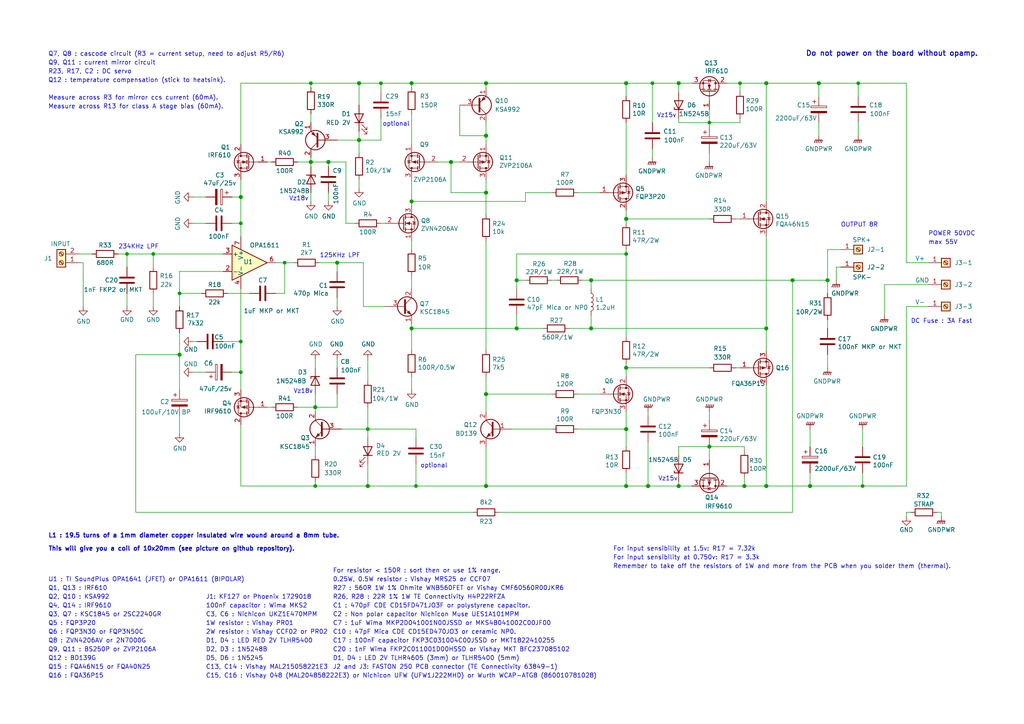
<source format=kicad_sch>
(kicad_sch (version 20211123) (generator eeschema)
  (paper "A4")
  (title_block (title "Q17-Mini Amplifier") (date "2022-09-13") (rev "1.3.9") (company "by eng. Tiberiu Vicol") (comment 1 "Modified by Stef for the Q17-Mini project") (comment 4 "Q17 a QUAD405 audiophile approach"))
  (junction (at 130.81 46.99) (diameter 1.016))
  (junction (at 187.96 140.97) (diameter 1.016))
  (junction (at 106.68 124.46))
  (junction (at 91.44 140.97))
  (junction (at 215.9 140.97) (diameter 1.016))
  (junction (at 91.44 118.11) (diameter 1.016))
  (junction (at 52.07 102.87) (diameter 1.016))
  (junction (at 205.74 35.56))
  (junction (at 149.86 95.25) (diameter 1.016))
  (junction (at 237.49 24.13) (diameter 1.016))
  (junction (at 196.85 24.13) (diameter 1.016))
  (junction (at 36.83 73.66))
  (junction (at 140.97 140.97) (diameter 1.016))
  (junction (at 196.85 140.97) (diameter 1.016))
  (junction (at 222.25 140.97) (diameter 1.016))
  (junction (at 110.49 24.13))
  (junction (at 90.17 46.99) (diameter 1.016))
  (junction (at 140.97 39.37) (diameter 1.016))
  (junction (at 250.19 140.97))
  (junction (at 52.07 85.09))
  (junction (at 120.65 140.97))
  (junction (at 234.95 140.97) (diameter 1.016))
  (junction (at 181.61 63.5) (diameter 1.016))
  (junction (at 240.03 81.28) (diameter 1.016))
  (junction (at 171.45 81.28) (diameter 1.016))
  (junction (at 95.25 46.99) (diameter 1.016))
  (junction (at 69.85 107.95))
  (junction (at 119.38 95.25) (diameter 1.016))
  (junction (at 69.85 57.15) (diameter 1.016))
  (junction (at 119.38 24.13) (diameter 1.016))
  (junction (at 97.79 76.2) (diameter 1.016))
  (junction (at 119.38 58.42) (diameter 1.016))
  (junction (at 149.86 81.28) (diameter 1.016))
  (junction (at 229.87 81.28) (diameter 1.016))
  (junction (at 248.92 24.13))
  (junction (at 82.55 76.2))
  (junction (at 205.74 129.54) (diameter 1.016))
  (junction (at 189.23 24.13))
  (junction (at 171.45 95.25) (diameter 1.016))
  (junction (at 222.25 24.13) (diameter 1.016))
  (junction (at 140.97 55.88) (diameter 1.016))
  (junction (at 214.63 24.13))
  (junction (at 106.68 140.97) (diameter 1.016))
  (junction (at 140.97 24.13) (diameter 1.016))
  (junction (at 181.61 140.97) (diameter 1.016))
  (junction (at 44.45 73.66))
  (junction (at 181.61 124.46) (diameter 1.016))
  (junction (at 104.14 24.13) (diameter 1.016))
  (junction (at 222.25 95.25) (diameter 1.016))
  (junction (at 140.97 114.3) (diameter 1.016))
  (junction (at 181.61 106.68) (diameter 1.016))
  (junction (at 181.61 73.66))
  (junction (at 104.14 40.64) (diameter 1.016))
  (junction (at 69.85 64.77))
  (junction (at 69.85 99.06))
  (junction (at 90.17 24.13))
  (junction (at 181.61 24.13) (diameter 1.016))
  (wire (pts (xy 110.49 40.64) (xy 104.14 40.64)))
  (wire (pts (xy 140.97 55.88) (xy 140.97 62.23)))
  (wire (pts (xy 181.61 72.39) (xy 181.61 73.66)))
  (wire (pts (xy 104.14 40.64) (xy 104.14 38.1)))
  (wire (pts (xy 97.79 40.64) (xy 104.14 40.64)))
  (wire (pts (xy 140.97 24.13) (xy 181.61 24.13)))
  (wire (pts (xy 140.97 24.13) (xy 119.38 24.13)))
  (wire (pts (xy 215.9 130.81) (xy 215.9 129.54)))
  (wire (pts (xy 215.9 129.54) (xy 205.74 129.54)))
  (wire (pts (xy 90.17 33.02) (xy 90.17 35.56)))
  (wire (pts (xy 205.74 119.38) (xy 205.74 121.92)))
  (wire (pts (xy 262.89 24.13) (xy 262.89 76.2)))
  (wire (pts (xy 52.07 78.74) (xy 52.07 85.09)))
  (wire (pts (xy 52.07 125.73) (xy 52.07 120.65)))
  (wire (pts (xy 111.76 64.77) (xy 110.49 64.77)))
  (wire (pts (xy 100.33 64.77) (xy 100.33 46.99)))
  (wire (pts (xy 95.25 46.99) (xy 100.33 46.99)))
  (wire (pts (xy 67.31 107.95) (xy 69.85 107.95)))
  (wire (pts (xy 24.13 76.2) (xy 24.13 88.9)))
  (wire (pts (xy 22.86 76.2) (xy 24.13 76.2)))
  (wire (pts (xy 52.07 102.87) (xy 52.07 113.03)))
  (wire (pts (xy 189.23 43.18) (xy 189.23 45.72)))
  (wire (pts (xy 64.77 99.06) (xy 69.85 99.06)))
  (wire (pts (xy 90.17 24.13) (xy 104.14 24.13)))
  (wire (pts (xy 120.65 140.97) (xy 140.97 140.97)))
  (wire (pts (xy 181.61 119.38) (xy 181.61 124.46)))
  (wire (pts (xy 181.61 124.46) (xy 181.61 129.54)))
  (wire (pts (xy 149.86 73.66) (xy 181.61 73.66)))
  (wire (pts (xy 149.86 81.28) (xy 149.86 73.66)))
  (wire (pts (xy 200.66 24.13) (xy 196.85 24.13)))
  (wire (pts (xy 262.89 88.9) (xy 262.89 140.97)))
  (wire (pts (xy 90.17 46.99) (xy 90.17 48.26)))
  (wire (pts (xy 90.17 45.72) (xy 90.17 46.99)))
  (wire (pts (xy 78.74 118.11) (xy 77.47 118.11)))
  (wire (pts (xy 22.86 73.66) (xy 26.67 73.66)))
  (wire (pts (xy 205.74 44.45) (xy 205.74 46.99)))
  (wire (pts (xy 262.89 88.9) (xy 269.24 88.9)))
  (wire (pts (xy 69.85 140.97) (xy 91.44 140.97)))
  (wire (pts (xy 240.03 72.39) (xy 240.03 81.28)))
  (wire (pts (xy 110.49 26.67) (xy 110.49 24.13)))
  (wire (pts (xy 69.85 123.19) (xy 69.85 140.97)))
  (wire (pts (xy 69.85 57.15) (xy 69.85 64.77)))
  (wire (pts (xy 55.88 57.15) (xy 59.69 57.15)))
  (wire (pts (xy 173.99 55.88) (xy 167.64 55.88)))
  (wire (pts (xy 39.37 102.87) (xy 52.07 102.87)))
  (wire (pts (xy 137.16 148.59) (xy 39.37 148.59)))
  (wire (pts (xy 39.37 148.59) (xy 39.37 102.87)))
  (wire (pts (xy 250.19 137.16) (xy 250.19 140.97)))
  (wire (pts (xy 234.95 140.97) (xy 250.19 140.97)))
  (wire (pts (xy 140.97 35.56) (xy 140.97 39.37)))
  (wire (pts (xy 152.4 81.28) (xy 149.86 81.28)))
  (wire (pts (xy 149.86 81.28) (xy 149.86 83.82)))
  (wire (pts (xy 181.61 35.56) (xy 181.61 50.8)))
  (wire (pts (xy 44.45 73.66) (xy 64.77 73.66)))
  (wire (pts (xy 55.88 107.95) (xy 59.69 107.95)))
  (wire (pts (xy 91.44 139.7) (xy 91.44 140.97)))
  (wire (pts (xy 248.92 24.13) (xy 248.92 27.94)))
  (wire (pts (xy 111.76 88.9) (xy 105.41 88.9)))
  (wire (pts (xy 105.41 88.9) (xy 105.41 76.2)))
  (wire (pts (xy 120.65 134.62) (xy 120.65 140.97)))
  (wire (pts (xy 168.91 81.28) (xy 171.45 81.28)))
  (wire (pts (xy 171.45 83.82) (xy 171.45 81.28)))
  (wire (pts (xy 160.02 81.28) (xy 161.29 81.28)))
  (wire (pts (xy 242.57 77.47) (xy 243.84 77.47)))
  (wire (pts (xy 242.57 77.47) (xy 242.57 81.28)))
  (wire (pts (xy 167.64 114.3) (xy 173.99 114.3)))
  (wire (pts (xy 140.97 114.3) (xy 160.02 114.3)))
  (wire (pts (xy 229.87 81.28) (xy 229.87 148.59)))
  (wire (pts (xy 229.87 148.59) (xy 144.78 148.59)))
  (wire (pts (xy 55.88 64.77) (xy 59.69 64.77)))
  (wire (pts (xy 171.45 91.44) (xy 171.45 95.25)))
  (wire (pts (xy 165.1 95.25) (xy 171.45 95.25)))
  (wire (pts (xy 213.36 63.5) (xy 214.63 63.5)))
  (wire (pts (xy 77.47 46.99) (xy 78.74 46.99)))
  (wire (pts (xy 262.89 140.97) (xy 250.19 140.97)))
  (wire (pts (xy 213.36 106.68) (xy 214.63 106.68)))
  (wire (pts (xy 222.25 58.42) (xy 222.25 24.13)))
  (wire (pts (xy 210.82 24.13) (xy 214.63 24.13)))
  (wire (pts (xy 181.61 24.13) (xy 189.23 24.13)))
  (wire (pts (xy 181.61 24.13) (xy 181.61 27.94)))
  (wire (pts (xy 97.79 118.11) (xy 91.44 118.11)))
  (wire (pts (xy 97.79 114.3) (xy 97.79 118.11)))
  (wire (pts (xy 215.9 138.43) (xy 215.9 140.97)))
  (wire (pts (xy 222.25 95.25) (xy 222.25 101.6)))
  (wire (pts (xy 222.25 68.58) (xy 222.25 95.25)))
  (wire (pts (xy 140.97 109.22) (xy 140.97 114.3)))
  (wire (pts (xy 44.45 73.66) (xy 44.45 77.47)))
  (wire (pts (xy 167.64 124.46) (xy 181.61 124.46)))
  (wire (pts (xy 148.59 124.46) (xy 160.02 124.46)))
  (wire (pts (xy 205.74 31.75) (xy 205.74 35.56)))
  (wire (pts (xy 187.96 120.65) (xy 187.96 119.38)))
  (wire (pts (xy 91.44 106.68) (xy 91.44 104.14)))
  (wire (pts (xy 97.79 76.2) (xy 105.41 76.2)))
  (wire (pts (xy 181.61 106.68) (xy 181.61 109.22)))
  (wire (pts (xy 181.61 105.41) (xy 181.61 106.68)))
  (wire (pts (xy 140.97 114.3) (xy 140.97 119.38)))
  (wire (pts (xy 196.85 35.56) (xy 205.74 35.56)))
  (wire (pts (xy 196.85 34.29) (xy 196.85 35.56)))
  (wire (pts (xy 248.92 35.56) (xy 248.92 39.37)))
  (wire (pts (xy 106.68 110.49) (xy 106.68 104.14)))
  (wire (pts (xy 214.63 35.56) (xy 214.63 34.29)))
  (wire (pts (xy 119.38 80.01) (xy 119.38 83.82)))
  (wire (pts (xy 119.38 69.85) (xy 119.38 72.39)))
  (wire (pts (xy 119.38 52.07) (xy 119.38 58.42)))
  (wire (pts (xy 119.38 58.42) (xy 119.38 59.69)))
  (wire (pts (xy 97.79 76.2) (xy 97.79 78.74)))
  (wire (pts (xy 92.71 76.2) (xy 97.79 76.2)))
  (wire (pts (xy 95.25 46.99) (xy 90.17 46.99)))
  (wire (pts (xy 95.25 48.26) (xy 95.25 46.99)))
  (wire (pts (xy 140.97 39.37) (xy 140.97 41.91)))
  (wire (pts (xy 149.86 91.44) (xy 149.86 95.25)))
  (wire (pts (xy 149.86 95.25) (xy 157.48 95.25)))
  (wire (pts (xy 104.14 52.07) (xy 104.14 54.61)))
  (wire (pts (xy 69.85 113.03) (xy 69.85 107.95)))
  (wire (pts (xy 181.61 106.68) (xy 205.74 106.68)))
  (wire (pts (xy 55.88 99.06) (xy 57.15 99.06)))
  (wire (pts (xy 34.29 73.66) (xy 36.83 73.66)))
  (wire (pts (xy 130.81 46.99) (xy 127 46.99)))
  (wire (pts (xy 237.49 24.13) (xy 248.92 24.13)))
  (wire (pts (xy 140.97 24.13) (xy 140.97 25.4)))
  (wire (pts (xy 69.85 99.06) (xy 69.85 107.95)))
  (wire (pts (xy 222.25 140.97) (xy 215.9 140.97)))
  (wire (pts (xy 222.25 111.76) (xy 222.25 140.97)))
  (wire (pts (xy 215.9 140.97) (xy 210.82 140.97)))
  (wire (pts (xy 187.96 140.97) (xy 181.61 140.97)))
  (wire (pts (xy 66.04 85.09) (xy 72.39 85.09)))
  (wire (pts (xy 181.61 140.97) (xy 181.61 137.16)))
  (wire (pts (xy 140.97 140.97) (xy 181.61 140.97)))
  (wire (pts (xy 140.97 129.54) (xy 140.97 140.97)))
  (wire (pts (xy 240.03 72.39) (xy 243.84 72.39)))
  (wire (pts (xy 133.35 30.48) (xy 133.35 39.37)))
  (wire (pts (xy 80.01 76.2) (xy 82.55 76.2)))
  (wire (pts (xy 106.68 118.11) (xy 106.68 124.46)))
  (wire (pts (xy 36.83 85.09) (xy 36.83 88.9)))
  (wire (pts (xy 91.44 119.38) (xy 91.44 118.11)))
  (wire (pts (xy 69.85 41.91) (xy 69.85 24.13)))
  (wire (pts (xy 69.85 24.13) (xy 90.17 24.13)))
  (wire (pts (xy 214.63 24.13) (xy 222.25 24.13)))
  (wire (pts (xy 250.19 124.46) (xy 250.19 129.54)))
  (wire (pts (xy 187.96 128.27) (xy 187.96 140.97)))
  (wire (pts (xy 52.07 96.52) (xy 52.07 102.87)))
  (wire (pts (xy 140.97 69.85) (xy 140.97 101.6)))
  (wire (pts (xy 67.31 64.77) (xy 69.85 64.77)))
  (wire (pts (xy 104.14 24.13) (xy 104.14 30.48)))
  (wire (pts (xy 90.17 25.4) (xy 90.17 24.13)))
  (wire (pts (xy 189.23 24.13) (xy 189.23 35.56)))
  (wire (pts (xy 196.85 139.7) (xy 196.85 140.97)))
  (wire (pts (xy 100.33 64.77) (xy 102.87 64.77)))
  (wire (pts (xy 140.97 55.88) (xy 130.81 55.88)))
  (wire (pts (xy 130.81 55.88) (xy 130.81 46.99)))
  (wire (pts (xy 152.4 55.88) (xy 160.02 55.88)))
  (wire (pts (xy 262.89 76.2) (xy 269.24 76.2)))
  (wire (pts (xy 119.38 109.22) (xy 119.38 113.03)))
  (wire (pts (xy 234.95 140.97) (xy 222.25 140.97)))
  (wire (pts (xy 234.95 137.16) (xy 234.95 140.97)))
  (wire (pts (xy 106.68 140.97) (xy 120.65 140.97)))
  (wire (pts (xy 205.74 35.56) (xy 214.63 35.56)))
  (wire (pts (xy 36.83 73.66) (xy 44.45 73.66)))
  (wire (pts (xy 106.68 140.97) (xy 106.68 134.62)))
  (wire (pts (xy 189.23 24.13) (xy 196.85 24.13)))
  (wire (pts (xy 36.83 77.47) (xy 36.83 73.66)))
  (wire (pts (xy 205.74 129.54) (xy 205.74 133.35)))
  (wire (pts (xy 106.68 127) (xy 106.68 124.46)))
  (wire (pts (xy 187.96 140.97) (xy 196.85 140.97)))
  (wire (pts (xy 196.85 140.97) (xy 200.66 140.97)))
  (wire (pts (xy 130.81 46.99) (xy 133.35 46.99)))
  (wire (pts (xy 229.87 81.28) (xy 240.03 81.28)))
  (wire (pts (xy 240.03 81.28) (xy 240.03 85.09)))
  (wire (pts (xy 171.45 81.28) (xy 229.87 81.28)))
  (wire (pts (xy 52.07 78.74) (xy 64.77 78.74)))
  (wire (pts (xy 110.49 34.29) (xy 110.49 40.64)))
  (wire (pts (xy 91.44 118.11) (xy 91.44 114.3)))
  (wire (pts (xy 205.74 35.56) (xy 205.74 36.83)))
  (wire (pts (xy 82.55 76.2) (xy 85.09 76.2)))
  (wire (pts (xy 152.4 55.88) (xy 152.4 58.42)))
  (wire (pts (xy 152.4 58.42) (xy 119.38 58.42)))
  (wire (pts (xy 271.78 148.59) (xy 273.05 148.59)))
  (wire (pts (xy 273.05 148.59) (xy 273.05 149.86)))
  (wire (pts (xy 262.89 148.59) (xy 264.16 148.59)))
  (wire (pts (xy 262.89 149.86) (xy 262.89 148.59)))
  (wire (pts (xy 149.86 95.25) (xy 119.38 95.25)))
  (wire (pts (xy 119.38 95.25) (xy 119.38 101.6)))
  (wire (pts (xy 86.36 118.11) (xy 91.44 118.11)))
  (wire (pts (xy 262.89 24.13) (xy 248.92 24.13)))
  (wire (pts (xy 256.54 82.55) (xy 256.54 91.44)))
  (wire (pts (xy 256.54 82.55) (xy 269.24 82.55)))
  (wire (pts (xy 181.61 60.96) (xy 181.61 63.5)))
  (wire (pts (xy 181.61 63.5) (xy 181.61 64.77)))
  (wire (pts (xy 69.85 68.58) (xy 69.85 64.77)))
  (wire (pts (xy 104.14 24.13) (xy 110.49 24.13)))
  (wire (pts (xy 171.45 95.25) (xy 222.25 95.25)))
  (wire (pts (xy 69.85 83.82) (xy 69.85 99.06)))
  (wire (pts (xy 106.68 124.46) (xy 120.65 124.46)))
  (wire (pts (xy 82.55 85.09) (xy 82.55 76.2)))
  (wire (pts (xy 80.01 85.09) (xy 82.55 85.09)))
  (wire (pts (xy 181.61 73.66) (xy 181.61 97.79)))
  (wire (pts (xy 120.65 124.46) (xy 120.65 127)))
  (wire (pts (xy 104.14 40.64) (xy 104.14 44.45)))
  (wire (pts (xy 95.25 58.42) (xy 95.25 55.88)))
  (wire (pts (xy 52.07 85.09) (xy 58.42 85.09)))
  (wire (pts (xy 196.85 132.08) (xy 196.85 129.54)))
  (wire (pts (xy 196.85 129.54) (xy 205.74 129.54)))
  (wire (pts (xy 90.17 55.88) (xy 90.17 58.42)))
  (wire (pts (xy 140.97 52.07) (xy 140.97 55.88)))
  (wire (pts (xy 44.45 85.09) (xy 44.45 88.9)))
  (wire (pts (xy 69.85 52.07) (xy 69.85 57.15)))
  (wire (pts (xy 97.79 104.14) (xy 97.79 106.68)))
  (wire (pts (xy 99.06 124.46) (xy 106.68 124.46)))
  (wire (pts (xy 240.03 102.87) (xy 240.03 106.68)))
  (wire (pts (xy 110.49 24.13) (xy 119.38 24.13)))
  (wire (pts (xy 86.36 46.99) (xy 90.17 46.99)))
  (wire (pts (xy 97.79 86.36) (xy 97.79 88.9)))
  (wire (pts (xy 240.03 92.71) (xy 240.03 95.25)))
  (wire (pts (xy 237.49 35.56) (xy 237.49 39.37)))
  (wire (pts (xy 196.85 24.13) (xy 196.85 26.67)))
  (wire (pts (xy 181.61 63.5) (xy 205.74 63.5)))
  (wire (pts (xy 119.38 93.98) (xy 119.38 95.25)))
  (wire (pts (xy 214.63 26.67) (xy 214.63 24.13)))
  (wire (pts (xy 91.44 140.97) (xy 106.68 140.97)))
  (wire (pts (xy 52.07 85.09) (xy 52.07 88.9)))
  (wire (pts (xy 234.95 129.54) (xy 234.95 124.46)))
  (wire (pts (xy 119.38 33.02) (xy 119.38 41.91)))
  (wire (pts (xy 140.97 39.37) (xy 133.35 39.37)))
  (wire (pts (xy 222.25 24.13) (xy 237.49 24.13)))
  (wire (pts (xy 237.49 27.94) (xy 237.49 24.13)))
  (wire (pts (xy 67.31 57.15) (xy 69.85 57.15)))
  (wire (pts (xy 91.44 132.08) (xy 91.44 129.54)))
  (wire (pts (xy 119.38 24.13) (xy 119.38 25.4)))
  (text "Remember to take off the resistors of 1W and more from the PCB when you solder them (thermal)." (at 177.8 165.1 0) (effects (font (size 1.27 1.27)) (justify left bottom)))
  (text "max 55V" (at 269.24 71.12 0) (effects (font (size 1.27 1.27)) (justify left bottom)))
  (text "Q9, Q11 : current mirror circuit" (at 13.97 19.05 0) (effects (font (size 1.27 1.27)) (justify left bottom)))
  (text "C2 : Non polar capacitor Nichicon Muse UES1A101MPM" (at 96.52 179.07 0) (effects (font (size 1.27 1.27)) (justify left bottom)))
  (text "U1 : TI SoundPlus OPA1641 (JFET) or OPA1611 (BIPOLAR)" (at 13.97 168.91 0) (effects (font (size 1.27 1.27)) (justify left bottom)))
  (text "C15, C16 : Vishay 048 (MAL204858222E3) or Nichicon UFW (UFW1J222MHD) or Wurth WCAP-ATG8 (860010781028)" (at 59.69 196.85 0) (effects (font (size 1.27 1.27)) (justify left bottom)))
  (text "J1: KF127 or Phoenix 1729018" (at 59.69 173.99 0) (effects (font (size 1.27 1.27)) (justify left bottom)))
  (text "1W resistor : Vishay PR01" (at 59.69 181.61 0) (effects (font (size 1.27 1.27)) (justify left bottom)))
  (text "This will give you a coil of 10x20mm (see picture on github repository)." (at 13.97 160.02 0) (effects (font (size 1.27 1.27) (thickness 0.254) bold) (justify left bottom)))
  (text "For input sensibility at 1.5v: R17 = 7.32k" (at 177.8 160.02 0) (effects (font (size 1.27 1.27)) (justify left bottom)))
  (text "optional" (at 110.9491 36.8038 0) (effects (font (size 1.27 1.27)) (justify left bottom)))
  (text "125KHz LPF" (at 92.71 74.93 0) (effects (font (size 1.27 1.27)) (justify left bottom)))
  (text "Q4, Q14 : IRF9610" (at 13.97 176.53 0) (effects (font (size 1.27 1.27)) (justify left bottom)))
  (text "100nF capacitor : Wima MKS2" (at 59.69 176.53 0) (effects (font (size 1.27 1.27)) (justify left bottom)))
  (text "Q12 : BD139G" (at 13.97 191.77 0) (effects (font (size 1.27 1.27)) (justify left bottom)))
  (text "Q8 : ZVN4206AV or 2N7000G" (at 13.97 186.69 0) (effects (font (size 1.27 1.27)) (justify left bottom)))
  (text "R27 : 560R 1W 1% Ohmite WNB560FET or Vishay CMF60560R00JKR6" (at 96.52 171.45 0) (effects (font (size 1.27 1.27)) (justify left bottom)))
  (text "D1, D4 : LED 2V TLHR4605 (3mm) or TLHR5400 (5mm)" (at 96.52 191.77 0) (effects (font (size 1.27 1.27)) (justify left bottom)))
  (text "0.25W, 0.5W resistor : Vishay MRS25 or CCF07" (at 96.52 168.91 0) (effects (font (size 1.27 1.27)) (justify left bottom)))
  (text "L1 : 19.5 turns of a 1mm diameter copper insulated wire wound around a 8mm tube." (at 13.97 156.21 0) (effects (font (size 1.27 1.27) (thickness 0.254) bold) (justify left bottom)))
  (text "C13, C14 : Vishay MAL215058221E3" (at 59.69 194.31 0) (effects (font (size 1.27 1.27)) (justify left bottom)))
  (text "R23, R17, C2 : DC servo" (at 13.97 21.59 0) (effects (font (size 1.27 1.27)) (justify left bottom)))
  (text "OUTPUT 8R" (at 243.84 66.04 0) (effects (font (size 1.27 1.27)) (justify left bottom)))
  (text "Q3, Q7 : KSC1845 or 2SC2240GR" (at 13.97 179.07 0) (effects (font (size 1.27 1.27)) (justify left bottom)))
  (text "Q1, Q13 : IRF610" (at 13.97 171.45 0) (effects (font (size 1.27 1.27)) (justify left bottom)))
  (text "Vz18v" (at 85.09 114.3 0) (effects (font (size 1.27 1.27)) (justify left bottom)))
  (text "For input sensibility at 0.750v: R17 = 3.3k" (at 177.8 162.56 0) (effects (font (size 1.27 1.27)) (justify left bottom)))
  (text "DC Fuse : 3A Fast" (at 264.16 93.98 0) (effects (font (size 1.27 1.27)) (justify left bottom)))
  (text "D2, D3 : 1N5248B" (at 59.69 189.23 0) (effects (font (size 1.27 1.27)) (justify left bottom)))
  (text "2W resistor : Vishay CCF02 or PR02" (at 59.69 184.15 0) (effects (font (size 1.27 1.27)) (justify left bottom)))
  (text "234KHz LPF" (at 34.29 72.39 0) (effects (font (size 1.27 1.27)) (justify left bottom)))
  (text "Measure across R13 for class A stage bias (60mA)." (at 13.97 31.75 0) (effects (font (size 1.27 1.27)) (justify left bottom)))
  (text "C7 : 1uF Wima MKP2D041001N00JSSD or MKS4B041002C00JF00" (at 96.52 181.61 0) (effects (font (size 1.27 1.27)) (justify left bottom)))
  (text "C1 : 470pF CDE CD15FD471JO3F or polystyrene capacitor." (at 96.52 176.53 0) (effects (font (size 1.27 1.27)) (justify left bottom)))
  (text "D5, D6 : 1N5245" (at 59.69 191.77 0) (effects (font (size 1.27 1.27)) (justify left bottom)))
  (text "Q6 : FQP3N30 or FQP3N50C" (at 13.97 184.15 0) (effects (font (size 1.27 1.27)) (justify left bottom)))
  (text "Q12 : temperature compensation (stick to heatsink)." (at 13.97 24.13 0) (effects (font (size 1.27 1.27)) (justify left bottom)))
  (text "Q7, Q8 : cascode circuit (R3 = current setup, need to adjust R5/R6)" (at 13.97 16.51 0) (effects (font (size 1.27 1.27)) (justify left bottom)))
  (text "Measure across R3 for mirror ccs current (60mA)." (at 13.97 29.21 0) (effects (font (size 1.27 1.27)) (justify left bottom)))
  (text "Vz15v" (at 190.8835 139.6616 0) (effects (font (size 1.27 1.27)) (justify left bottom)))
  (text "J2 and J3: FASTON 250 PCB connector (TE Connectivity 63849-1)" (at 96.52 194.31 0) (effects (font (size 1.27 1.27)) (justify left bottom)))
  (text "D1, D4 : LED RED 2V TLHR5400" (at 59.69 186.69 0) (effects (font (size 1.27 1.27)) (justify left bottom)))
  (text "R26, R28 : 22R 1% 1W TE Connectivity H4P22RFZA" (at 96.52 173.99 0) (effects (font (size 1.27 1.27)) (justify left bottom)))
  (text "Vz15v" (at 190.5 34.29 0) (effects (font (size 1.27 1.27)) (justify left bottom)))
  (text "POWER 50VDC" (at 269.24 68.58 0) (effects (font (size 1.27 1.27)) (justify left bottom)))
  (text "C10 : 47pF Mica CDE CD15ED470JO3 or ceramic NP0." (at 96.52 184.15 0) (effects (font (size 1.27 1.27)) (justify left bottom)))
  (text "C3, C6 : Nichicon UKZ1E470MPM" (at 59.69 179.07 0) (effects (font (size 1.27 1.27)) (justify left bottom)))
  (text "Q2, Q10 : KSA992" (at 13.97 173.99 0) (effects (font (size 1.27 1.27)) (justify left bottom)))
  (text "optional" (at 121.92 135.89 0) (effects (font (size 1.27 1.27)) (justify left bottom)))
  (text "Q15 : FQA46N15 or FQA40N25" (at 13.97 194.31 0) (effects (font (size 1.27 1.27)) (justify left bottom)))
  (text "Q16 : FQA36P15" (at 13.97 196.85 0) (effects (font (size 1.27 1.27)) (justify left bottom)))
  (text "For resistor < 150R : sort then or use 1% range." (at 96.52 166.37 0) (effects (font (size 1.27 1.27)) (justify left bottom)))
  (text "Do not power on the board without opamp." (at 233.68 16.51 0) (effects (font (size 1.5 1.5) (thickness 0.254) bold) (justify left bottom)))
  (text "C17 : 100nF capacitor FKP3C031004C00JSSD or MKT1822410255" (at 96.52 186.69 0) (effects (font (size 1.27 1.27)) (justify left bottom)))
  (text "C20 : 1nF Wima FKP2C011001D00HSSD or Vishay MKT BFC237085102" (at 96.52 189.23 0) (effects (font (size 1.27 1.27)) (justify left bottom)))
  (text "Q5 : FQP3P20" (at 13.97 181.61 0) (effects (font (size 1.27 1.27)) (justify left bottom)))
  (text "Vz18v" (at 83.82 58.42 0) (effects (font (size 1.27 1.27)) (justify left bottom)))
  (text "Q9, Q11 : BS250P or ZVP2106A" (at 13.97 189.23 0) (effects (font (size 1.27 1.27)) (justify left bottom)))
  (symbol (lib_id "power:GND") (at 55.88 57.15 270) (unit 1)
    (property "Reference" "#PWR0111" (effects hide))
    (property "Value" "GND" (at 51.5556 57.2643 0))
  )
  (symbol (lib_id "Device:R") (at 30.48 73.66 270) (mirror x) (unit 1)
    (property "Reference" "R33" (at 30.48 71.12 90))
    (property "Value" "680R" (at 30.48 76.2 90))
    (property "Footprint" "Resistor_THT:R_Axial_DIN0207_L6.3mm_D2.5mm_P10.16mm_Horizontal" (effects hide))
    (property "Part#" "MRS25000C6800FCT00" (effects hide))
  )
  (symbol (lib_id "Device:R") (at 181.61 133.35 0) (unit 1)
    (property "Reference" "R13" (at 175.514 132.588 0) (effects (justify left)))
    (property "Value" "10R" (at 175.514 134.8867 0) (effects (justify left)))
    (property "Footprint" "Resistor_THT:R_Axial_DIN0207_L6.3mm_D2.5mm_P10.16mm_Horizontal" (effects hide))
    (property "Part#" "MRS25000C1009FCT00" (effects hide))
  )
  (symbol (lib_id "Device:Q_PNP_ECB") (at 138.43 30.48 0) (mirror x) (unit 1)
    (property "Reference" "Q10" (at 143.51 29.2099 0) (effects (justify left)))
    (property "Value" "KSA992" (at 143.51 31.7499 0) (effects (justify left)))
    (property "Footprint" "Package_TO_SOT_THT:TO-92_Inline_Wide" (effects hide))
    (property "Part#" "KSA992FBTA" (effects hide))
  )
  (symbol (lib_id "Device:C") (at 60.96 99.06 90) (unit 1)
    (property "Reference" "C5" (at 63.5 97.79 90))
    (property "Value" "100nF" (at 65.2658 100.4056 90))
    (property "Footprint" "Capacitor_THT:C_Rect_L7.2mm_W2.5mm_P5.00mm_FKS2_FKP2_MKS2_MKP2" (effects hide))
    (property "Spice_Primitive" "C" (effects hide))
    (property "Spice_Model" "100n" (effects hide))
    (property "Spice_Netlist_Enabled" "Y" (effects hide))
    (property "Part#" "MKS2D031001A00KSSD" (effects hide))
  )
  (symbol (lib_id "Device:R") (at 240.03 88.9 0) (unit 1)
    (property "Reference" "R31" (at 234.5931 87.9307 0) (effects (justify left)))
    (property "Value" "10R/2W" (at 230.7831 90.4707 0) (effects (justify left)))
    (property "Footprint" "Resistor_THT:R_Axial_DIN0411_L9.9mm_D3.6mm_P15.24mm_Horizontal" (effects hide))
    (property "Part#" "PR02000201009JR500" (effects hide))
  )
  (symbol (lib_id "power:GND") (at 55.88 107.95 270) (unit 1)
    (property "Reference" "#PWR0129" (effects hide))
    (property "Value" "GND" (at 55.3399 105.5834 90))
  )
  (symbol (lib_id "power:GND") (at 52.07 125.73 0) (unit 1)
    (property "Reference" "#PWR0107" (effects hide))
    (property "Value" "GND" (at 52.1843 130.0544 0))
  )
  (symbol (lib_id "Device:R") (at 88.9 76.2 90) (unit 1)
    (property "Reference" "R1" (at 88.9 70.9738 90))
    (property "Value" "2k7" (at 88.9 73.2725 90))
    (property "Footprint" "Resistor_THT:R_Axial_DIN0207_L6.3mm_D2.5mm_P10.16mm_Horizontal" (effects hide))
    (property "Part#" "MRS25000C2701FCT00" (effects hide))
  )
  (symbol (lib_id "power:GNDPWR") (at 205.74 119.38 180) (unit 1)
    (property "Reference" "#PWR0121" (effects hide))
    (property "Value" "GNDPWR" (at 205.74 115.824 0))
  )
  (symbol (lib_id "Connector:Screw_Terminal_01x01") (at 248.92 77.47 0) (unit 1)
    (property "Reference" "J2-2" (at 251.46 77.47 0) (effects (justify left)))
    (property "Value" "SPK-" (at 247.2875 80.371 0) (effects (justify left)))
    (property "Footprint" "Q17_Library:Faston_Connector_63849-1_TEC" (effects hide))
    (property "Part#" "TE Connectivity 63849-1" (effects hide))
  )
  (symbol (lib_id "Device:C") (at 187.96 124.46 0) (unit 1)
    (property "Reference" "C12" (at 190.8811 123.6991 0) (effects (justify left)))
    (property "Value" "100nF" (at 190.8811 125.9978 0) (effects (justify left)))
    (property "Footprint" "Capacitor_THT:C_Rect_L7.2mm_W2.5mm_P5.00mm_FKS2_FKP2_MKS2_MKP2" (effects hide))
    (property "Datasheet" "https://ro.mouser.com/datasheet/2/212/1/KEM_F3101_R82-1103738.pdf" (effects hide))
    (property "Spice_Primitive" "C" (effects hide))
    (property "Spice_Model" "100n" (effects hide))
    (property "Spice_Netlist_Enabled" "Y" (effects hide))
    (property "Part#" "MKS2D031001A00KSSD" (effects hide))
  )
  (symbol (lib_id "Device:R") (at 181.61 68.58 0) (unit 1)
    (property "Reference" "R11" (at 183.3881 67.4306 0) (effects (justify left)))
    (property "Value" "47R/2W" (at 183.3881 69.7293 0) (effects (justify left)))
    (property "Footprint" "Resistor_THT:R_Axial_DIN0411_L9.9mm_D3.6mm_P12.70mm_Horizontal" (effects hide))
    (property "Part#" "CCF0247R0JKE36" (effects hide))
  )
  (symbol (lib_id "Device:R") (at 163.83 124.46 90) (unit 1)
    (property "Reference" "R9" (at 163.83 119.2338 90))
    (property "Value" "100R" (at 163.83 121.533 90))
    (property "Footprint" "Resistor_THT:R_Axial_DIN0207_L6.3mm_D2.5mm_P10.16mm_Horizontal" (effects hide))
    (property "Part#" "MRS25000C1000FC100" (effects hide))
  )
  (symbol (lib_id "Device:R") (at 106.68 114.3 0) (mirror x) (unit 1)
    (property "Reference" "R21" (at 107.95 113.03 0) (effects (justify left)))
    (property "Value" "10k/1W" (at 107.95 115.57 0) (effects (justify left)))
    (property "Footprint" "Resistor_THT:R_Axial_DIN0207_L6.3mm_D2.5mm_P10.16mm_Horizontal" (effects hide))
    (property "Part#" "PR01000101002JR500" (effects hide))
  )
  (symbol (lib_id "Device:LED") (at 104.14 34.29 90) (unit 1)
    (property "Reference" "D1" (at 99.06 33.02 90) (effects (justify right)))
    (property "Value" "RED 2V" (at 94.5029 35.5599 90) (effects (justify right)))
    (property "Footprint" "LED_THT:LED_D5.0mm" (effects hide))
    (property "Part#" "TLHR5400" (effects hide))
  )
  (symbol (lib_id "Device:Q_NPN_ECB") (at 93.98 124.46 0) (mirror y) (unit 1)
    (property "Reference" "Q3" (at 89.916 127 0) (effects (justify left)))
    (property "Value" "KSC1845" (at 89.916 129.54 0) (effects (justify left)))
    (property "Footprint" "Package_TO_SOT_THT:TO-92_Inline_Wide" (effects hide))
    (property "Part#" "KSC1845FTA" (effects hide))
  )
  (symbol (lib_id "Device:C_Polarized") (at 234.95 133.35 0) (unit 1)
    (property "Reference" "C16" (at 236.22 130.81 0) (effects (justify left)))
    (property "Value" "2200uF/63V" (at 236.22 135.89 0) (effects (justify left)))
    (property "Footprint" "Capacitor_THT:CP_Radial_D18.0mm_P7.50mm" (effects hide))
    (property "Part#" "MAL204858222E3" (effects hide))
  )
  (symbol (lib_id "Device:R") (at 209.55 106.68 90) (unit 1)
    (property "Reference" "R15" (at 210.82 101.092 90) (effects (justify left)))
    (property "Value" "330R" (at 212.09 103.632 90) (effects (justify left)))
    (property "Footprint" "Resistor_THT:R_Axial_DIN0207_L6.3mm_D2.5mm_P10.16mm_Horizontal" (effects hide))
    (property "Part#" "MRS25000C3300FC1" (effects hide))
  )
  (symbol (lib_id "power:GNDPWR") (at 187.96 119.38 180) (unit 1)
    (property "Reference" "#PWR0120" (effects hide))
    (property "Value" "GNDPWR" (at 190.5 115.824 0))
  )
  (symbol (lib_id "Device:C") (at 189.23 39.37 180) (unit 1)
    (property "Reference" "C11" (at 194.31 38.1 0))
    (property "Value" "100nF" (at 195.58 40.64 0))
    (property "Footprint" "Capacitor_THT:C_Rect_L7.2mm_W2.5mm_P5.00mm_FKS2_FKP2_MKS2_MKP2" (effects hide))
    (property "Datasheet" "https://ro.mouser.com/datasheet/2/212/1/KEM_F3101_R82-1103738.pdf" (effects hide))
    (property "Spice_Primitive" "C" (effects hide))
    (property "Spice_Model" "100n" (effects hide))
    (property "Spice_Netlist_Enabled" "Y" (effects hide))
    (property "Part#" "MKS2D031001A00KSSD" (effects hide))
  )
  (symbol (lib_id "power:GND") (at 44.45 88.9 0) (unit 1)
    (property "Reference" "#PWR0115" (effects hide))
    (property "Value" "GND" (at 44.45 92.71 0))
  )
  (symbol (lib_id "power:GND") (at 262.89 149.86 0) (unit 1)
    (property "Reference" "#PWR0124" (effects hide))
    (property "Value" "GND" (at 262.89 153.67 0))
  )
  (symbol (lib_id "power:GNDPWR") (at 256.54 91.44 0) (unit 1)
    (property "Reference" "#PWR0128" (effects hide))
    (property "Value" "GNDPWR" (at 256.413 95.358 0))
  )
  (symbol (lib_id "Device:C") (at 95.25 52.07 180) (unit 1)
    (property "Reference" "C9" (at 97.79 49.53 0))
    (property "Value" "100nF" (at 97.4183 56.198 90))
    (property "Footprint" "Capacitor_THT:C_Rect_L7.2mm_W2.5mm_P5.00mm_FKS2_FKP2_MKS2_MKP2" (effects hide))
    (property "Datasheet" "https://ro.mouser.com/datasheet/2/212/1/KEM_F3101_R82-1103738.pdf" (effects hide))
    (property "Spice_Primitive" "C" (effects hide))
    (property "Spice_Model" "100n" (effects hide))
    (property "Spice_Netlist_Enabled" "Y" (effects hide))
    (property "Part#" "MKS2D031001A00KSSD" (effects hide))
  )
  (symbol (lib_id "power:GND") (at 24.13 88.9 0) (unit 1)
    (property "Reference" "#PWR0114" (effects hide))
    (property "Value" "GND" (at 24.2443 93.2244 0))
  )
  (symbol (lib_id "Device:C_Polarized") (at 63.5 107.95 90) (unit 1)
    (property "Reference" "C6" (at 60.4721 105.363 90))
    (property "Value" "47uF/25v" (at 62.484 112.776 90))
    (property "Footprint" "Capacitor_THT:CP_Radial_D10.0mm_P5.00mm" (effects hide))
    (property "Part#" "Nichicon Muse UKZ1E470MPM" (effects hide))
  )
  (symbol (lib_id "Transistor_FET:VP0610L") (at 121.92 46.99 180) (unit 1)
    (property "Reference" "Q9" (at 124.46 41.91 0) (effects (justify left)))
    (property "Value" "ZVP2106A" (at 129.54 52.07 0) (effects (justify left)))
    (property "Footprint" "Package_TO_SOT_THT:TO-92S_Wide" (effects hide))
    (property "Datasheet" "http://www.vishay.com/docs/70209/70209.pdf" (effects hide))
    (property "Part#" "ZVP2106A" (effects hide))
  )
  (symbol (lib_id "Device:LED") (at 106.68 130.81 270) (mirror x) (unit 1)
    (property "Reference" "D4" (at 111.76 129.286 90) (effects (justify right)))
    (property "Value" "RED 2V" (at 116.3248 131.5054 90) (effects (justify right)))
    (property "Footprint" "LED_THT:LED_D5.0mm" (effects hide))
    (property "Part#" "TLHR5400" (effects hide))
  )
  (symbol (lib_id "Device:R") (at 209.55 63.5 90) (unit 1)
    (property "Reference" "R14" (at 210.82 58.166 90) (effects (justify left)))
    (property "Value" "330R" (at 212.09 60.706 90) (effects (justify left)))
    (property "Footprint" "Resistor_THT:R_Axial_DIN0207_L6.3mm_D2.5mm_P10.16mm_Horizontal" (effects hide))
    (property "Part#" "MRS25000C3300FC1" (effects hide))
  )
  (symbol (lib_id "Device:R") (at 44.45 81.28 180) (unit 1)
    (property "Reference" "R16" (at 48.26 80.01 0))
    (property "Value" "22k" (at 48.26 82.55 0))
    (property "Footprint" "Resistor_THT:R_Axial_DIN0207_L6.3mm_D2.5mm_P10.16mm_Horizontal" (effects hide))
    (property "Part#" "MRS25000C2202FCT00" (effects hide))
  )
  (symbol (lib_id "Device:R") (at 181.61 31.75 0) (unit 1)
    (property "Reference" "R10" (at 183.3881 30.6006 0) (effects (justify left)))
    (property "Value" "10R" (at 183.3881 32.8993 0) (effects (justify left)))
    (property "Footprint" "Resistor_THT:R_Axial_DIN0207_L6.3mm_D2.5mm_P10.16mm_Horizontal" (effects hide))
    (property "Part#" "MRS25000C1009FCT00" (effects hide))
  )
  (symbol (lib_id "power:GNDPWR") (at 234.95 124.46 180) (unit 1)
    (property "Reference" "#PWR0125" (effects hide))
    (property "Value" "GNDPWR" (at 234.95 120.65 0))
  )
  (symbol (lib_id "Device:R") (at 156.21 81.28 90) (unit 1)
    (property "Reference" "R26" (at 156.3556 76.5684 90))
    (property "Value" "22R/1W" (at 156.3556 78.8671 90))
    (property "Footprint" "Resistor_THT:R_Axial_DIN0411_L9.9mm_D3.6mm_P12.70mm_Horizontal" (effects hide))
    (property "Part#" "H4P22RFZA" (effects hide))
  )
  (symbol (lib_id "Device:D_Zener") (at 196.85 30.48 90) (unit 1)
    (property "Reference" "D6" (at 201.93 30.48 90) (effects (justify left)))
    (property "Value" "1N5245B" (at 205.74 33.02 90) (effects (justify left)))
    (property "Footprint" "Diode_THT:D_DO-35_SOD27_P7.62mm_Horizontal" (effects hide))
    (property "Datasheet" "https://www.mouser.fr/ProductDetail/512-1N5245BTR" (effects hide))
    (property "Part#" "1N5245BTR" (effects hide))
  )
  (symbol (lib_id "Device:R") (at 62.23 85.09 90) (unit 1)
    (property "Reference" "R18" (at 62.23 82.55 90))
    (property "Value" "22k" (at 62.23 87.63 90))
    (property "Footprint" "Resistor_THT:R_Axial_DIN0207_L6.3mm_D2.5mm_P10.16mm_Horizontal" (effects hide))
    (property "Part#" "MRS25000C2202FCT00" (effects hide))
  )
  (symbol (lib_id "power:GND") (at 36.83 88.9 0) (unit 1)
    (property "Reference" "#PWR0113" (effects hide))
    (property "Value" "GND" (at 36.83 92.71 0))
  )
  (symbol (lib_id "power:GNDPWR") (at 237.49 39.37 0) (unit 1)
    (property "Reference" "#PWR0118" (effects hide))
    (property "Value" "GNDPWR" (at 237.49 43.18 0))
  )
  (symbol (lib_id "Device:Q_NPN_ECB") (at 116.84 88.9 0) (unit 1)
    (property "Reference" "Q7" (at 121.6915 88.1391 0) (effects (justify left)))
    (property "Value" "KSC1845" (at 121.6915 90.4378 0) (effects (justify left)))
    (property "Footprint" "Package_TO_SOT_THT:TO-92_Inline_Wide" (effects hide))
    (property "Part#" "KSC1845FTA" (effects hide))
  )
  (symbol (lib_id "Device:Q_NMOS_GDS") (at 219.71 63.5 0) (unit 1)
    (property "Reference" "Q15" (at 224.9171 62.7391 0) (effects (justify left)))
    (property "Value" "FQA46N15" (at 224.9171 65.0378 0) (effects (justify left)))
    (property "Footprint" "Package_TO_SOT_THT:TO-3P-3_Vertical" (effects hide))
    (property "Part#" "FQA46N15" (effects hide))
  )
  (symbol (lib_id "Device:C_Polarized") (at 205.74 40.64 0) (unit 1)
    (property "Reference" "C13" (at 208.6611 39.8791 0) (effects (justify left)))
    (property "Value" "220uF/63V" (at 208.6611 42.1778 0) (effects (justify left)))
    (property "Footprint" "Capacitor_THT:CP_Radial_D12.5mm_P5.00mm" (effects hide))
    (property "Part#" "MAL215058221E3" (effects hide))
  )
  (symbol (lib_id "Device:L") (at 171.45 87.63 0) (unit 1)
    (property "Reference" "L1" (at 172.7201 86.8691 0) (effects (justify left)))
    (property "Value" "1.2uH" (at 172.7201 89.1678 0) (effects (justify left)))
    (property "Footprint" "Q17_Library:L_Axial_L22mm_D10mm_P21mm_vertical_Q17_Mini" (effects hide))
    (property "Part#" "19.5 turns of a 1mm diameter copper insulated wire wound around a 8mm tube." (effects hide))
  )
  (symbol (lib_id "Device:R") (at 90.17 29.21 0) (unit 1)
    (property "Reference" "R19" (at 91.9481 28.0606 0) (effects (justify left)))
    (property "Value" "330R" (at 91.948 30.359 0) (effects (justify left)))
    (property "Footprint" "Resistor_THT:R_Axial_DIN0207_L6.3mm_D2.5mm_P10.16mm_Horizontal" (effects hide))
    (property "Part#" "MRS25000C3300FC1" (effects hide))
  )
  (symbol (lib_id "Device:C_Polarized") (at 52.07 116.84 0) (unit 1)
    (property "Reference" "C2" (at 46.4082 116.5306 0) (effects (justify left)))
    (property "Value" "100uF/10V BP" (at 40.9765 119.518 0) (effects (justify left)))
    (property "Footprint" "Capacitor_THT:CP_Radial_D10.0mm_P5.00mm" (effects hide))
    (property "Part#" "UES1A101MPM" (effects hide))
  )
  (symbol (lib_id "Device:R") (at 161.29 95.25 90) (unit 1)
    (property "Reference" "R27" (at 161.3688 92.9397 90))
    (property "Value" "560R/1W" (at 161.6861 97.8047 90))
    (property "Footprint" "Resistor_THT:R_Axial_DIN0411_L9.9mm_D3.6mm_P12.70mm_Horizontal" (effects hide))
    (property "Part#" "WNB560FET" (effects hide))
  )
  (symbol (lib_id "Device:R") (at 181.61 101.6 0) (unit 1)
    (property "Reference" "R12" (at 183.3881 100.4506 0) (effects (justify left)))
    (property "Value" "47R/2W" (at 183.3881 102.7493 0) (effects (justify left)))
    (property "Footprint" "Resistor_THT:R_Axial_DIN0411_L9.9mm_D3.6mm_P12.70mm_Horizontal" (effects hide))
    (property "Part#" "CCF0247R0JKE36" (effects hide))
  )
  (symbol (lib_id "Device:C") (at 97.79 82.55 0) (unit 1)
    (property "Reference" "C1" (at 92.456 82.804 0) (effects (justify left)))
    (property "Value" "470p Mica" (at 85.09 85.09 0) (effects (justify left)))
    (property "Footprint" "Q17_Library:C_Mica_v2_L11.4mm_W4.3mm_H9.1_P5.9mm_mix" (effects hide))
    (property "Part#" "CD15FD471JO3F" (effects hide))
  )
  (symbol (lib_id "Device:R") (at 104.14 48.26 0) (unit 1)
    (property "Reference" "R2" (at 105.9181 47.1106 0) (effects (justify left)))
    (property "Value" "10k/1W" (at 105.918 49.409 0) (effects (justify left)))
    (property "Footprint" "Resistor_THT:R_Axial_DIN0207_L6.3mm_D2.5mm_P10.16mm_Horizontal" (effects hide))
    (property "Part#" "PR01000101002JR500" (effects hide))
  )
  (symbol (lib_id "power:GND") (at 90.17 58.42 0) (unit 1)
    (property "Reference" "#PWR0110" (effects hide))
    (property "Value" "GND" (at 90.2843 62.7444 0))
  )
  (symbol (lib_id "Device:R") (at 214.63 30.48 0) (unit 1)
    (property "Reference" "R29" (at 216.2783 29.264 0) (effects (justify left)))
    (property "Value" "100R" (at 216.2005 31.5986 0) (effects (justify left)))
    (property "Footprint" "Resistor_THT:R_Axial_DIN0207_L6.3mm_D2.5mm_P10.16mm_Horizontal" (effects hide))
    (property "Part#" "MRS25000C1000FC100" (effects hide))
  )
  (symbol (lib_id "Device:C_Polarized") (at 205.74 125.73 0) (unit 1)
    (property "Reference" "C14" (at 208.6611 124.9691 0) (effects (justify left)))
    (property "Value" "220uF/63V" (at 208.6611 127.2678 0) (effects (justify left)))
    (property "Footprint" "Capacitor_THT:CP_Radial_D12.5mm_P5.00mm" (effects hide))
    (property "Part#" "MAL215058221E3" (effects hide))
  )
  (symbol (lib_id "Device:R") (at 163.83 55.88 90) (unit 1)
    (property "Reference" "R7" (at 163.83 50.6538 90))
    (property "Value" "100R" (at 163.83 52.9525 90))
    (property "Footprint" "Resistor_THT:R_Axial_DIN0207_L6.3mm_D2.5mm_P10.16mm_Horizontal" (effects hide))
    (property "Part#" "MRS25000C1000FC100" (effects hide))
  )
  (symbol (lib_id "Device:C") (at 149.86 87.63 0) (unit 1)
    (property "Reference" "C10" (at 152.7811 86.8691 0) (effects (justify left)))
    (property "Value" "47pF Mica or NP0" (at 152.7811 89.1678 0) (effects (justify left)))
    (property "Footprint" "Q17_Library:C_Mica_v2_L11.4mm_W4.3mm_H9.1_P5.9mm_mix" (effects hide))
    (property "Part#" "CD15ED470JO3" (effects hide))
  )
  (symbol (lib_id "Device:R") (at 82.55 118.11 90) (unit 1)
    (property "Reference" "R41" (at 82.55 115.57 90))
    (property "Value" "100R" (at 82.55 120.65 90))
    (property "Footprint" "Resistor_THT:R_Axial_DIN0207_L6.3mm_D2.5mm_P10.16mm_Horizontal" (effects hide))
    (property "Part#" "MRS25000C1000FC100" (effects hide))
  )
  (symbol (lib_id "Device:C") (at 36.83 81.28 180) (unit 1)
    (property "Reference" "C20" (at 34.29 81.28 0) (effects (justify left)))
    (property "Value" "1nF FKP2 or MKT" (at 41.3049 84.0076 0) (effects (justify left)))
    (property "Footprint" "Q17_Library:C_Mica_v2_L11.4mm_W4.3mm_H9.1_P5.9mm_mix" (effects hide))
    (property "Part#" "FKP2D011001D00JSSD" (effects hide))
  )
  (symbol (lib_id "Device:R") (at 106.68 64.77 90) (unit 1)
    (property "Reference" "R4" (at 106.68 62.23 90))
    (property "Value" "100R" (at 106.68 67.31 90))
    (property "Footprint" "Resistor_THT:R_Axial_DIN0207_L6.3mm_D2.5mm_P10.16mm_Horizontal" (effects hide))
    (property "Part#" "MRS25000C1000FC100" (effects hide))
  )
  (symbol (lib_id "Device:C_Polarized") (at 237.49 31.75 0) (unit 1)
    (property "Reference" "C15" (at 231.14 30.48 0) (effects (justify left)))
    (property "Value" "2200uF/63V" (at 224.79 34.29 0) (effects (justify left)))
    (property "Footprint" "Capacitor_THT:CP_Radial_D18.0mm_P7.50mm" (effects hide))
    (property "Part#" "MAL204858222E3" (effects hide))
  )
  (symbol (lib_id "Device:R") (at 163.83 114.3 90) (unit 1)
    (property "Reference" "R8" (at 163.83 109.0738 90))
    (property "Value" "120R" (at 163.83 111.3725 90))
    (property "Footprint" "Resistor_THT:R_Axial_DIN0207_L6.3mm_D2.5mm_P10.16mm_Horizontal" (effects hide))
    (property "Part#" "MRS25000C1200FCT" (effects hide))
  )
  (symbol (lib_id "power:GNDPWR") (at 273.05 149.86 0) (unit 1)
    (property "Reference" "#PWR0123" (effects hide))
    (property "Value" "GNDPWR" (at 273.05 153.67 0))
  )
  (symbol (lib_id "Device:R") (at 119.38 76.2 0) (unit 1)
    (property "Reference" "R5" (at 121.158 74.9299 0) (effects (justify left)))
    (property "Value" "10R" (at 121.158 77.4699 0) (effects (justify left)))
    (property "Footprint" "Resistor_THT:R_Axial_DIN0207_L6.3mm_D2.5mm_P10.16mm_Horizontal" (effects hide))
    (property "Part#" "MRS25000C1009FCT00" (effects hide))
  )
  (symbol (lib_id "Device:R") (at 52.07 92.71 180) (unit 1)
    (property "Reference" "R17" (at 55.88 91.44 0))
    (property "Value" "7k32" (at 56.7302 93.7195 0))
    (property "Footprint" "Resistor_THT:R_Axial_DIN0207_L6.3mm_D2.5mm_P10.16mm_Horizontal" (effects hide))
    (property "Part#" "MF1/4CCT52R7321F" (effects hide))
  )
  (symbol (lib_id "Connector:Screw_Terminal_01x02") (at 17.78 76.2 180) (unit 1)
    (property "Reference" "J1" (at 13.97 74.93 0))
    (property "Value" "INPUT" (at 17.526 70.7475 0))
    (property "Footprint" "TerminalBlock_Phoenix:TerminalBlock_Phoenix_PT-1,5-2-5.0-H_1x02_P5.00mm_Horizontal" (effects hide))
    (property "Part#" "Terminal Block KF127 5mm 2P" (effects hide))
  )
  (symbol (lib_id "Device:C") (at 120.65 130.81 0) (unit 1)
    (property "Reference" "C30" (at 124.46 129.5399 0) (effects (justify left)))
    (property "Value" "15nF" (at 124.46 132.0799 0) (effects (justify left)))
    (property "Footprint" "Capacitor_SMD:C_1206_3216Metric" (effects hide))
    (property "Part#" "C3216NP01H153J060AA" (effects hide))
  )
  (symbol (lib_id "Device:R") (at 215.9 134.62 0) (unit 1)
    (property "Reference" "R30" (at 217.236 133.6118 0) (effects (justify left)))
    (property "Value" "100R" (at 217.2359 135.9102 0) (effects (justify left)))
    (property "Footprint" "Resistor_THT:R_Axial_DIN0207_L6.3mm_D2.5mm_P10.16mm_Horizontal" (effects hide))
    (property "Part#" "MRS25000C1000FC100" (effects hide))
  )
  (symbol (lib_id "Device:R") (at 119.38 29.21 0) (mirror y) (unit 1)
    (property "Reference" "R3" (at 124.46 27.94 0) (effects (justify left)))
    (property "Value" "150R" (at 127 30.48 0) (effects (justify left)))
    (property "Footprint" "Resistor_THT:R_Axial_DIN0207_L6.3mm_D2.5mm_P10.16mm_Horizontal" (effects hide))
    (property "Part#" "MRS25000C1500FCT00" (effects hide))
  )
  (symbol (lib_id "Device:C") (at 76.2 85.09 90) (unit 1)
    (property "Reference" "C7" (at 76.2 81.28 90))
    (property "Value" "1uF MKP or MKT" (at 78.74 90.17 90))
    (property "Footprint" "Q17_Library:C_Rect_L7.2mm_W11.0mm_P5.00mm_MKP2_Custom" (effects hide))
    (property "Spice_Primitive" "C" (effects hide))
    (property "Spice_Model" "100n" (effects hide))
    (property "Spice_Netlist_Enabled" "Y" (effects hide))
    (property "Part#" "MKP2D041001N00JSSD" (effects hide))
  )
  (symbol (lib_id "Device:R") (at 140.97 105.41 0) (unit 1)
    (property "Reference" "R25" (at 142.7481 104.2606 0) (effects (justify left)))
    (property "Value" "7k5" (at 142.748 106.559 0) (effects (justify left)))
    (property "Footprint" "Resistor_THT:R_Axial_DIN0207_L6.3mm_D2.5mm_P10.16mm_Horizontal" (effects hide))
    (property "Part#" "MRS25000C7501FCT00" (effects hide))
  )
  (symbol (lib_id "Transistor_FET:2N7000") (at 116.84 64.77 0) (unit 1)
    (property "Reference" "Q8" (at 122.0471 64.0091 0) (effects (justify left)))
    (property "Value" "ZVN4206AV" (at 122.0471 66.3078 0) (effects (justify left)))
    (property "Footprint" "Package_TO_SOT_THT:TO-92S_Wide" (effects hide))
    (property "Datasheet" "https://www.onsemi.com/pub/Collateral/NDS7002A-D.PDF" (effects hide))
    (property "Part#" "ZVN4206AV" (effects hide))
  )
  (symbol (lib_id "Device:Q_NMOS_GDS") (at 179.07 114.3 0) (unit 1)
    (property "Reference" "Q6" (at 175.26 110.49 0) (effects (justify left)))
    (property "Value" "FQP3N30" (at 171.45 119.38 0) (effects (justify left)))
    (property "Footprint" "Package_TO_SOT_THT:TO-220-3_Vertical" (effects hide))
    (property "Part#" "FQP3N30" (effects hide))
  )
  (symbol (lib_id "power:GND") (at 104.14 54.61 0) (unit 1)
    (property "Reference" "#PWR0102" (effects hide))
    (property "Value" "GND" (at 104.2543 58.9344 0))
  )
  (symbol (lib_id "power:GNDPWR") (at 205.74 46.99 0) (unit 1)
    (property "Reference" "#PWR0116" (effects hide))
    (property "Value" "GNDPWR" (at 205.613 50.908 0))
  )
  (symbol (lib_id "Device:Q_PMOS_GDS") (at 72.39 118.11 180) (unit 1)
    (property "Reference" "Q4" (at 67.1829 116.9606 0) (effects (justify left)))
    (property "Value" "IRF9610" (at 67.1829 119.2593 0) (effects (justify left)))
    (property "Footprint" "Package_TO_SOT_THT:TO-220-3_Vertical" (effects hide))
    (property "Part#" "IRF9610PBF" (effects hide))
  )
  (symbol (lib_id "power:GND") (at 55.88 99.06 270) (unit 1)
    (property "Reference" "#PWR0112" (effects hide))
    (property "Value" "GND" (at 55.372 101.346 90))
  )
  (symbol (lib_id "Device:R") (at 119.38 105.41 0) (unit 1)
    (property "Reference" "R6" (at 121.1581 104.2606 0) (effects (justify left)))
    (property "Value" "100R/0.5W" (at 121.158 106.559 0) (effects (justify left)))
    (property "Footprint" "Resistor_THT:R_Axial_DIN0207_L6.3mm_D2.5mm_P10.16mm_Horizontal" (effects hide))
    (property "Part#" "MRS25000C1000FC100" (effects hide))
  )
  (symbol (lib_id "power:GND") (at 91.44 104.14 0) (mirror x) (unit 1)
    (property "Reference" "#PWR0104" (effects hide))
    (property "Value" "GND" (at 91.5543 99.8156 0))
  )
  (symbol (lib_id "power:GNDPWR") (at 240.03 106.68 0) (unit 1)
    (property "Reference" "#PWR0122" (effects hide))
    (property "Value" "GNDPWR" (at 239.903 110.598 0))
  )
  (symbol (lib_id "Device:C_Polarized") (at 63.5 57.15 270) (unit 1)
    (property "Reference" "C3" (at 63.754 50.8 90))
    (property "Value" "47uF/25v" (at 63.754 53.0987 90))
    (property "Footprint" "Capacitor_THT:CP_Radial_D10.0mm_P5.00mm" (effects hide))
    (property "Part#" "Nichicon Muse UKZ1E470MPM" (effects hide))
  )
  (symbol (lib_id "Device:C") (at 110.49 30.48 0) (unit 1)
    (property "Reference" "C29" (at 111.76 27.94 0) (effects (justify left)))
    (property "Value" "15nF" (at 111.76 33.02 0) (effects (justify left)))
    (property "Footprint" "Capacitor_SMD:C_1206_3216Metric" (effects hide))
    (property "Part#" "C3216NP01H153J060AA" (effects hide))
  )
  (symbol (lib_id "power:GNDPWR") (at 189.23 45.72 0) (unit 1)
    (property "Reference" "#PWR0117" (effects hide))
    (property "Value" "GNDPWR" (at 189.103 49.638 0))
  )
  (symbol (lib_id "Device:R") (at 140.97 66.04 0) (unit 1)
    (property "Reference" "R24" (at 142.7481 64.8906 0) (effects (justify left)))
    (property "Value" "10k" (at 142.748 67.189 0) (effects (justify left)))
    (property "Footprint" "Resistor_THT:R_Axial_DIN0207_L6.3mm_D2.5mm_P10.16mm_Horizontal" (effects hide))
    (property "Part#" "MRS25000C1002FCT00" (effects hide))
  )
  (symbol (lib_id "power:GNDPWR") (at 242.57 81.28 0) (unit 1)
    (property "Reference" "#PWR0127" (effects hide))
    (property "Value" "GNDPWR" (at 245.11 85.09 0))
  )
  (symbol (lib_id "Device:Q_PMOS_GDS") (at 179.07 55.88 0) (mirror x) (unit 1)
    (property "Reference" "Q5" (at 184.2771 54.7306 0) (effects (justify left)))
    (property "Value" "FQP3P20" (at 184.2771 57.0293 0) (effects (justify left)))
    (property "Footprint" "Package_TO_SOT_THT:TO-220-3_Vertical" (effects hide))
    (property "Part#" "FQP3P20" (effects hide))
  )
  (symbol (lib_id "Device:Q_NMOS_GDS") (at 205.74 26.67 270) (mirror x) (unit 1)
    (property "Reference" "Q13" (at 204.216 18.2753 90) (effects (justify left)))
    (property "Value" "IRF610" (at 204.47 20.574 90) (effects (justify left)))
    (property "Footprint" "Package_TO_SOT_THT:TO-220-3_Vertical" (effects hide))
    (property "Part#" "IRF610PBF" (effects hide))
  )
  (symbol (lib_id "Connector:Screw_Terminal_01x01") (at 274.32 82.55 0) (unit 1)
    (property "Reference" "J3-2" (at 276.86 82.55 0) (effects (justify left)))
    (property "Value" "GND" (at 265.43 81.28 0) (effects (justify left)))
    (property "Footprint" "Q17_Library:Faston_Connector_63849-1_TEC" (effects hide))
    (property "Part#" "TE Connectivity 63849-1" (effects hide))
  )
  (symbol (lib_id "power:GND") (at 106.68 104.14 0) (mirror x) (unit 1)
    (property "Reference" "#PWR0105" (effects hide))
    (property "Value" "GND" (at 106.7943 99.8156 0))
  )
  (symbol (lib_id "Device:D_Zener") (at 196.85 135.89 90) (unit 1)
    (property "Reference" "D5" (at 200.66 133.35 90) (effects (justify left)))
    (property "Value" "1N5245B" (at 196.85 133.35 90) (effects (justify left)))
    (property "Footprint" "Diode_THT:D_DO-35_SOD27_P7.62mm_Horizontal" (effects hide))
    (property "Part#" "1N5245BTR" (effects hide))
  )
  (symbol (lib_id "power:GNDPWR") (at 250.19 124.46 180) (unit 1)
    (property "Reference" "#PWR0126" (effects hide))
    (property "Value" "GNDPWR" (at 250.19 120.65 0))
  )
  (symbol (lib_id "power:GND") (at 97.79 88.9 0) (unit 1)
    (property "Reference" "#PWR0101" (effects hide))
    (property "Value" "GND" (at 97.9043 93.2244 0))
  )
  (symbol (lib_id "Device:R") (at 82.55 46.99 90) (unit 1)
    (property "Reference" "R40" (at 82.55 44.45 90))
    (property "Value" "100R" (at 82.55 49.53 90))
    (property "Footprint" "Resistor_THT:R_Axial_DIN0207_L6.3mm_D2.5mm_P10.16mm_Horizontal" (effects hide))
    (property "Part#" "MRS25000C1000FC100" (effects hide))
  )
  (symbol (lib_id "Device:R") (at 91.44 135.89 0) (mirror x) (unit 1)
    (property "Reference" "R20" (at 93.98 134.62 0) (effects (justify left)))
    (property "Value" "330R" (at 93.98 137.16 0) (effects (justify left)))
    (property "Footprint" "Resistor_THT:R_Axial_DIN0207_L6.3mm_D2.5mm_P10.16mm_Horizontal" (effects hide))
    (property "Part#" "MRS25000C3300FC1" (effects hide))
  )
  (symbol (lib_id "Device:Q_PNP_ECB") (at 92.71 40.64 180) (unit 1)
    (property "Reference" "Q2" (at 88.1466 35.9259 0) (effects (justify left)))
    (property "Value" "KSA992" (at 88.1466 38.2246 0) (effects (justify left)))
    (property "Footprint" "Package_TO_SOT_THT:TO-92_Inline_Wide" (effects hide))
    (property "Part#" "KSA992FBTA" (effects hide))
  )
  (symbol (lib_id "Device:C") (at 97.79 110.49 0) (unit 1)
    (property "Reference" "C8" (at 100.076 104.902 0))
    (property "Value" "100nF" (at 101.8527 107.3592 0))
    (property "Footprint" "Capacitor_THT:C_Rect_L7.2mm_W2.5mm_P5.00mm_FKS2_FKP2_MKS2_MKP2" (effects hide))
    (property "Datasheet" "https://ro.mouser.com/datasheet/2/212/1/KEM_F3101_R82-1103738.pdf" (effects hide))
    (property "Spice_Primitive" "C" (effects hide))
    (property "Spice_Model" "100n" (effects hide))
    (property "Spice_Netlist_Enabled" "Y" (effects hide))
    (property "Part#" "MKS2D031001A00KSSD" (effects hide))
  )
  (symbol (lib_id "Device:Q_NMOS_GDS") (at 72.39 46.99 0) (mirror y) (unit 1)
    (property "Reference" "Q1" (at 66.802 42.672 0) (effects (justify left)))
    (property "Value" "IRF610" (at 67.056 44.9707 0) (effects (justify left)))
    (property "Footprint" "Package_TO_SOT_THT:TO-220-3_Vertical" (effects hide))
    (property "Part#" "IRF610PBF" (effects hide))
  )
  (symbol (lib_id "power:GND") (at 95.25 58.42 0) (unit 1)
    (property "Reference" "#PWR0108" (effects hide))
    (property "Value" "GND" (at 95.3643 62.7444 0))
  )
  (symbol (lib_id "Device:Q_PMOS_GDS") (at 205.74 138.43 270) (unit 1)
    (property "Reference" "Q14" (at 204.47 144.272 90) (effects (justify left)))
    (property "Value" "IRF9610" (at 204.47 146.812 90) (effects (justify left)))
    (property "Footprint" "Package_TO_SOT_THT:TO-220-3_Vertical" (effects hide))
    (property "Part#" "IRF9610PBF" (effects hide))
  )
  (symbol (lib_id "power:GND") (at 55.88 64.77 270) (unit 1)
    (property "Reference" "#PWR0109" (effects hide))
    (property "Value" "GND" (at 51.5556 64.8843 0))
  )
  (symbol (lib_id "Connector:Screw_Terminal_01x01") (at 274.32 88.9 0) (unit 1)
    (property "Reference" "J3-3" (at 276.86 88.9 0) (effects (justify left)))
    (property "Value" "V-" (at 265.43 87.63 0) (effects (justify left)))
    (property "Footprint" "Q17_Library:Faston_Connector_63849-1_TEC" (effects hide))
    (property "Part#" "TE Connectivity 63849-1" (effects hide))
  )
  (symbol (lib_id "power:GND") (at 119.38 113.03 0) (unit 1)
    (property "Reference" "#PWR0103" (effects hide))
    (property "Value" "GND" (at 119.4943 117.3544 0))
  )
  (symbol (lib_id "Amplifier_Operational:OPA1641") (at 72.39 76.2 0) (unit 1)
    (property "Reference" "U1" (at 70.612 75.946 0) (effects (justify left)))
    (property "Value" "OPA1611" (at 72.39 71.12 0) (effects (justify left)))
    (property "Footprint" "Package_SO:SOIC-8_3.9x4.9mm_P1.27mm" (effects hide))
    (property "Datasheet" "http://www.ti.com/lit/ds/symlink/opa1641.pdf" (effects hide))
    (property "Part#" "OPA1611AID" (effects hide))
  )
  (symbol (lib_id "power:GND") (at 97.79 104.14 180) (unit 1)
    (property "Reference" "#PWR0106" (effects hide))
    (property "Value" "GND" (at 97.6757 99.8156 0))
  )
  (symbol (lib_id "Device:C") (at 248.92 31.75 180) (unit 1)
    (property "Reference" "C18" (at 254 30.48 0))
    (property "Value" "100nF" (at 255.27 33.02 0))
    (property "Footprint" "Capacitor_THT:C_Rect_L7.2mm_W2.5mm_P5.00mm_FKS2_FKP2_MKS2_MKP2" (effects hide))
    (property "Datasheet" "https://ro.mouser.com/datasheet/2/212/1/KEM_F3101_R82-1103738.pdf" (effects hide))
    (property "Spice_Primitive" "C" (effects hide))
    (property "Spice_Model" "100n" (effects hide))
    (property "Spice_Netlist_Enabled" "Y" (effects hide))
    (property "Part#" "MKS2D031001A00KSSD" (effects hide))
  )
  (symbol (lib_id "Connector:Screw_Terminal_01x01") (at 248.92 72.39 0) (unit 1)
    (property "Reference" "J2-1" (at 251.46 72.39 0) (effects (justify left)))
    (property "Value" "SPK+" (at 247.2243 69.5605 0) (effects (justify left)))
    (property "Footprint" "Q17_Library:Faston_Connector_63849-1_TEC" (effects hide))
    (property "Part#" "TE Connectivity 63849-1" (effects hide))
  )
  (symbol (lib_id "Device:D_Zener") (at 91.44 110.49 90) (mirror x) (unit 1)
    (property "Reference" "D3" (at 86.36 107.95 90) (effects (justify right)))
    (property "Value" "1N5248B" (at 80.01 110.49 90) (effects (justify right)))
    (property "Footprint" "Diode_THT:D_DO-35_SOD27_P7.62mm_Horizontal" (effects hide))
    (property "Datasheet" "https://www.mouser.fr/ProductDetail/512-1N5248B" (effects hide))
    (property "Part#" "1N5248B" (effects hide))
  )
  (symbol (lib_id "Device:Q_NPN_BCE") (at 143.51 124.46 0) (mirror y) (unit 1)
    (property "Reference" "Q12" (at 138.43 123.1899 0) (effects (justify left)))
    (property "Value" "BD139" (at 138.43 125.7299 0) (effects (justify left)))
    (property "Footprint" "Q17_Library:Q12_BD139" (effects hide))
    (property "Part#" "BD139G" (effects hide))
  )
  (symbol (lib_id "Transistor_FET:VP0610L") (at 138.43 46.99 0) (mirror x) (unit 1)
    (property "Reference" "Q11" (at 144.78 45.7199 0) (effects (justify left)))
    (property "Value" "ZVP2106A" (at 144.78 48.006 0) (effects (justify left)))
    (property "Footprint" "Package_TO_SOT_THT:TO-92S_Wide" (effects hide))
    (property "Datasheet" "http://www.vishay.com/docs/70209/70209.pdf" (effects hide))
    (property "Part#" "ZVP2106A" (effects hide))
  )
  (symbol (lib_id "Device:C") (at 63.5 64.77 90) (unit 1)
    (property "Reference" "C4" (at 63.5 60.96 90))
    (property "Value" "100nF" (at 63.5 68.58 90))
    (property "Footprint" "Capacitor_THT:C_Rect_L7.2mm_W2.5mm_P5.00mm_FKS2_FKP2_MKS2_MKP2" (effects hide))
    (property "Spice_Primitive" "C" (effects hide))
    (property "Spice_Model" "100n" (effects hide))
    (property "Spice_Netlist_Enabled" "Y" (effects hide))
    (property "Part#" "MKS2D031001A00KSSD" (effects hide))
  )
  (symbol (lib_id "power:GNDPWR") (at 248.92 39.37 0) (unit 1)
    (property "Reference" "#PWR0119" (effects hide))
    (property "Value" "GNDPWR" (at 248.92 43.18 0))
  )
  (symbol (lib_id "Device:D_Zener") (at 90.17 52.07 270) (unit 1)
    (property "Reference" "D2" (at 86.106 52.832 90) (effects (justify left)))
    (property "Value" "1N5248B" (at 80.9983 55.3446 90) (effects (justify left)))
    (property "Footprint" "Diode_THT:D_DO-35_SOD27_P7.62mm_Horizontal" (effects hide))
    (property "Part#" "1N5248B" (effects hide))
  )
  (symbol (lib_id "Device:R") (at 140.97 148.59 90) (unit 1)
    (property "Reference" "R23" (at 140.97 151.2378 90))
    (property "Value" "8k2" (at 140.97 145.6625 90))
    (property "Footprint" "Resistor_THT:R_Axial_DIN0207_L6.3mm_D2.5mm_P10.16mm_Horizontal" (effects hide))
    (property "Part#" "MRS25000C8201FCT" (effects hide))
  )
  (symbol (lib_id "Device:C") (at 250.19 133.35 180) (unit 1)
    (property "Reference" "C19" (at 253.1111 132.5891 0) (effects (justify right)))
    (property "Value" "100nF" (at 253.1111 134.8878 0) (effects (justify right)))
    (property "Footprint" "Capacitor_THT:C_Rect_L7.2mm_W2.5mm_P5.00mm_FKS2_FKP2_MKS2_MKP2" (effects hide))
    (property "Datasheet" "https://ro.mouser.com/datasheet/2/212/1/KEM_F3101_R82-1103738.pdf" (effects hide))
    (property "Spice_Primitive" "C" (effects hide))
    (property "Spice_Model" "100n" (effects hide))
    (property "Spice_Netlist_Enabled" "Y" (effects hide))
    (property "Part#" "MKS2D031001A00KSSD" (effects hide))
  )
  (symbol (lib_id "Device:R") (at 165.1 81.28 90) (unit 1)
    (property "Reference" "R28" (at 165.3661 76.4626 90))
    (property "Value" "22R/1W" (at 165.3661 78.7613 90))
    (property "Footprint" "Resistor_THT:R_Axial_DIN0411_L9.9mm_D3.6mm_P12.70mm_Horizontal" (effects hide))
    (property "Part#" "H4P22RFZA" (effects hide))
  )
  (symbol (lib_id "Connector:Screw_Terminal_01x01") (at 274.32 76.2 0) (unit 1)
    (property "Reference" "J3-1" (at 276.86 76.2 0) (effects (justify left)))
    (property "Value" "V+" (at 265.43 74.93 0) (effects (justify left)))
    (property "Footprint" "Q17_Library:Faston_Connector_63849-1_TEC" (effects hide))
    (property "Part#" "TE Connectivity 63849-1" (effects hide))
  )
  (symbol (lib_id "Device:R") (at 267.97 148.59 90) (unit 1)
    (property "Reference" "R32" (at 269.7047 143.7964 90) (effects (justify left)))
    (property "Value" "STRAP" (at 270.9647 146.2422 90) (effects (justify left)))
    (property "Footprint" "Resistor_THT:R_Axial_DIN0207_L6.3mm_D2.5mm_P10.16mm_Horizontal" (effects hide))
    (property "Part#" "MRS25000C1009FCT00" (effects hide))
  )
  (symbol (lib_id "Device:Q_PMOS_GDS") (at 219.71 106.68 0) (mirror x) (unit 1)
    (property "Reference" "Q16" (at 224.966 106.7001 0) (effects (justify left)))
    (property "Value" "FQA36P15" (at 212.09 111.252 0) (effects (justify left)))
    (property "Footprint" "Package_TO_SOT_THT:TO-3P-3_Vertical" (effects hide))
    (property "Part#" "FQA36P15" (effects hide))
  )
  (symbol (lib_id "Device:C") (at 240.03 99.06 0) (unit 1)
    (property "Reference" "C17" (at 242.9511 98.2991 0) (effects (justify left)))
    (property "Value" "100nF MKP or MKT" (at 242.9511 100.5978 0) (effects (justify left)))
    (property "Footprint" "Capacitor_THT:C_Rect_L18.0mm_W7.0mm_P15.00mm_FKS3_FKP3" (effects hide))
    (property "Part#" "FKP3D031004D00JF00" (effects hide))
  )
)
</source>
